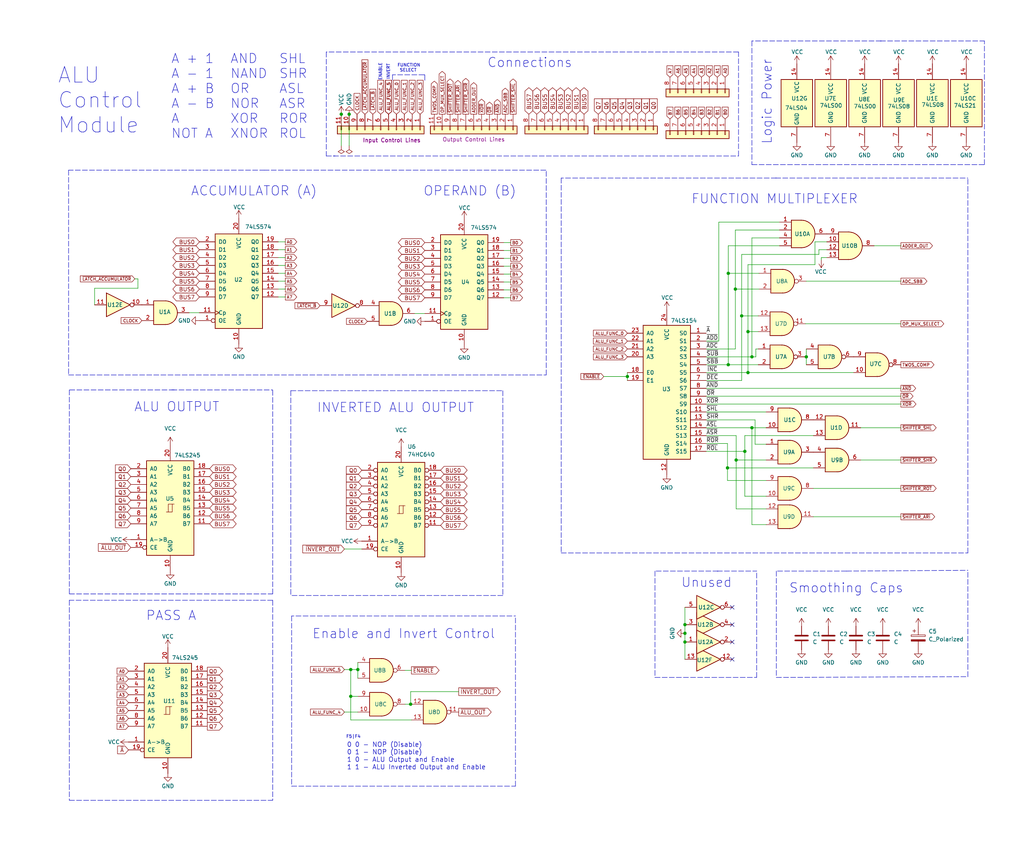
<source format=kicad_sch>
(kicad_sch (version 20211123) (generator eeschema)
  (paper "User" 329.997 275.006)
  (junction (at 113.03 215.9))
  (junction (at 259.842 115.062))
  (junction (at 237.236 148.336))
  (junction (at 109.982 36.83))
  (junction (at 242.316 115.062))
  (junction (at 132.334 227.076))
  (junction (at 234.696 88.138))
  (junction (at 220.726 207.01))
  (junction (at 113.03 224.536))
  (junction (at 202.184 121.412))
  (junction (at 240.03 145.542))
  (junction (at 234.696 117.602))
  (junction (at 239.014 101.854))
  (junction (at 220.726 201.422))
  (junction (at 241.046 120.142))
  (junction (at 242.316 137.922))
  (junction (at 236.982 93.218))
  (junction (at 234.442 150.876))
  (junction (at 220.726 204.216))
  (junction (at 241.046 106.934))
  (junction (at 115.316 215.9))
  (junction (at 112.522 36.83))
  (no_connect (at 235.966 201.422))
  (no_connect (at 235.966 195.834))
  (no_connect (at 235.966 207.01))
  (no_connect (at 235.966 212.598))
  (polyline (pts (xy 93.98 198.628) (xy 93.98 253.492)))
  (polyline (pts (xy 250.19 218.44) (xy 311.912 218.186)))
  (wire (pts (xy 220.726 207.01) (xy 220.726 212.598)))
  (polyline (pts (xy 129.032 198.628) (xy 93.98 198.628)))
  (polyline (pts (xy 105.156 50.292) (xy 107.95 50.292)))
  (wire (pts (xy 132.588 227.076) (xy 132.334 227.076)))
  (wire (pts (xy 164.592 88.392) (xy 162.306 88.392)))
  (wire (pts (xy 263.906 82.042) (xy 239.014 82.042)))
  (wire (pts (xy 60.96 100.838) (xy 64.262 100.838)))
  (polyline (pts (xy 176.022 120.904) (xy 176.022 54.864)))
  (wire (pts (xy 290.322 137.922) (xy 277.368 137.922)))
  (wire (pts (xy 244.348 112.522) (xy 243.586 112.522)))
  (wire (pts (xy 91.948 90.678) (xy 89.662 90.678)))
  (wire (pts (xy 246.888 160.02) (xy 240.03 160.02)))
  (wire (pts (xy 243.332 135.382) (xy 227.584 135.382)))
  (wire (pts (xy 290.322 157.48) (xy 262.128 157.48)))
  (wire (pts (xy 241.046 120.142) (xy 275.082 120.142)))
  (wire (pts (xy 234.442 143.002) (xy 227.584 143.002)))
  (wire (pts (xy 263.906 80.518) (xy 263.906 82.042)))
  (polyline (pts (xy 105.156 16.764) (xy 105.156 50.292)))
  (polyline (pts (xy 56.134 125.73) (xy 22.352 125.73)))
  (wire (pts (xy 202.184 121.412) (xy 202.184 122.682)))
  (polyline (pts (xy 22.098 54.864) (xy 22.098 120.904)))
  (polyline (pts (xy 211.074 218.44) (xy 243.84 218.44)))
  (polyline (pts (xy 162.052 125.984) (xy 162.052 192.024)))
  (wire (pts (xy 237.236 148.336) (xy 237.236 164.084)))
  (wire (pts (xy 262.636 77.978) (xy 262.636 85.344)))
  (polyline (pts (xy 162.052 192.024) (xy 93.726 192.024)))
  (polyline (pts (xy 55.372 125.73) (xy 87.884 125.73)))
  (wire (pts (xy 262.636 85.344) (xy 241.046 85.344)))
  (polyline (pts (xy 87.884 191.516) (xy 87.884 125.73)))
  (polyline (pts (xy 22.352 191.516) (xy 87.884 191.516)))
  (polyline (pts (xy 22.352 258.064) (xy 87.884 258.064)))
  (wire (pts (xy 251.206 79.248) (xy 234.696 79.248)))
  (wire (pts (xy 91.948 80.518) (xy 89.662 80.518)))
  (polyline (pts (xy 272.796 184.15) (xy 250.19 184.15)))
  (polyline (pts (xy 249.936 57.404) (xy 311.912 57.404)))
  (wire (pts (xy 244.348 101.854) (xy 239.014 101.854)))
  (wire (pts (xy 240.03 160.02) (xy 240.03 145.542)))
  (wire (pts (xy 236.982 93.218) (xy 244.602 93.218)))
  (wire (pts (xy 242.316 115.062) (xy 227.584 115.062)))
  (wire (pts (xy 246.888 164.084) (xy 237.236 164.084)))
  (wire (pts (xy 259.588 115.062) (xy 259.842 115.062)))
  (wire (pts (xy 234.696 79.248) (xy 234.696 88.138)))
  (polyline (pts (xy 93.726 125.984) (xy 162.052 125.984)))
  (polyline (pts (xy 87.884 193.548) (xy 87.884 258.064)))
  (wire (pts (xy 130.556 216.154) (xy 132.588 216.154)))
  (wire (pts (xy 242.316 169.164) (xy 242.316 137.922)))
  (polyline (pts (xy 242.316 53.086) (xy 317.246 53.086)))
  (polyline (pts (xy 87.884 193.548) (xy 22.352 193.548)))
  (wire (pts (xy 240.03 140.462) (xy 240.03 145.542)))
  (polyline (pts (xy 283.718 13.208) (xy 317.246 13.208)))
  (wire (pts (xy 234.442 154.94) (xy 234.442 150.876)))
  (wire (pts (xy 110.998 229.616) (xy 115.316 229.616)))
  (wire (pts (xy 241.046 85.344) (xy 241.046 106.934)))
  (wire (pts (xy 113.03 224.536) (xy 115.316 224.536)))
  (wire (pts (xy 244.602 88.138) (xy 234.696 88.138)))
  (wire (pts (xy 231.648 71.628) (xy 251.206 71.628)))
  (wire (pts (xy 132.334 227.076) (xy 132.334 223.012)))
  (wire (pts (xy 91.948 88.138) (xy 89.662 88.138)))
  (wire (pts (xy 242.316 137.922) (xy 246.888 137.922)))
  (wire (pts (xy 241.046 106.934) (xy 241.046 120.142)))
  (wire (pts (xy 290.322 104.394) (xy 259.588 104.394)))
  (wire (pts (xy 227.584 125.222) (xy 290.322 125.222)))
  (wire (pts (xy 244.348 106.934) (xy 241.046 106.934)))
  (wire (pts (xy 91.948 83.058) (xy 89.662 83.058)))
  (wire (pts (xy 164.592 78.232) (xy 162.306 78.232)))
  (wire (pts (xy 264.668 83.058) (xy 266.446 83.058)))
  (polyline (pts (xy 311.912 178.308) (xy 311.912 57.404)))
  (wire (pts (xy 242.316 76.708) (xy 242.316 115.062)))
  (wire (pts (xy 113.03 215.9) (xy 115.316 215.9)))
  (wire (pts (xy 109.982 36.83) (xy 109.982 46.99)))
  (polyline (pts (xy 272.796 184.15) (xy 311.912 183.896)))
  (wire (pts (xy 251.206 74.168) (xy 236.982 74.168)))
  (wire (pts (xy 259.842 112.522) (xy 259.842 115.062)))
  (wire (pts (xy 44.45 92.964) (xy 30.48 92.964)))
  (polyline (pts (xy 311.912 218.186) (xy 311.912 183.896)))
  (wire (pts (xy 290.322 166.624) (xy 262.128 166.624)))
  (wire (pts (xy 243.332 143.256) (xy 243.332 135.382)))
  (wire (pts (xy 227.584 112.522) (xy 236.982 112.522)))
  (wire (pts (xy 110.998 215.9) (xy 113.03 215.9)))
  (polyline (pts (xy 283.972 13.208) (xy 242.316 13.208)))
  (polyline (pts (xy 85.344 54.864) (xy 22.098 54.864)))
  (polyline (pts (xy 85.09 54.864) (xy 176.022 54.864)))
  (wire (pts (xy 220.726 201.422) (xy 220.726 204.216)))
  (polyline (pts (xy 136.906 25.908) (xy 136.906 24.13)))
  (wire (pts (xy 132.334 223.012) (xy 147.828 223.012)))
  (wire (pts (xy 110.998 177.038) (xy 116.586 177.038)))
  (wire (pts (xy 115.316 215.9) (xy 115.316 218.694)))
  (wire (pts (xy 259.842 115.062) (xy 259.842 117.602)))
  (wire (pts (xy 266.446 80.518) (xy 263.906 80.518)))
  (polyline (pts (xy 22.098 120.904) (xy 176.022 120.904)))
  (wire (pts (xy 30.48 92.964) (xy 30.48 98.298)))
  (wire (pts (xy 227.584 117.602) (xy 234.696 117.602)))
  (polyline (pts (xy 129.032 198.628) (xy 166.116 198.628)))
  (wire (pts (xy 91.948 95.758) (xy 89.662 95.758)))
  (wire (pts (xy 290.322 148.336) (xy 277.368 148.336)))
  (polyline (pts (xy 126.492 24.13) (xy 126.492 25.908)))
  (wire (pts (xy 240.03 145.542) (xy 227.584 145.542)))
  (wire (pts (xy 227.584 127.762) (xy 290.322 127.762)))
  (wire (pts (xy 236.982 112.522) (xy 236.982 93.218)))
  (wire (pts (xy 164.592 83.312) (xy 162.306 83.312)))
  (wire (pts (xy 133.604 101.092) (xy 136.906 101.092)))
  (wire (pts (xy 243.586 112.522) (xy 243.586 115.062)))
  (polyline (pts (xy 243.84 218.44) (xy 243.84 184.15)))
  (wire (pts (xy 115.316 213.614) (xy 115.316 215.9)))
  (wire (pts (xy 44.45 89.916) (xy 44.45 92.964)))
  (wire (pts (xy 236.982 74.168) (xy 236.982 93.218)))
  (polyline (pts (xy 93.726 125.984) (xy 93.726 192.024)))
  (wire (pts (xy 227.584 130.302) (xy 290.322 130.302)))
  (polyline (pts (xy 242.316 13.208) (xy 242.316 53.086)))
  (wire (pts (xy 246.888 169.164) (xy 242.316 169.164)))
  (wire (pts (xy 91.948 85.598) (xy 89.662 85.598)))
  (polyline (pts (xy 180.848 178.308) (xy 311.912 178.308)))
  (wire (pts (xy 234.696 117.602) (xy 244.348 117.602)))
  (polyline (pts (xy 237.998 16.764) (xy 105.156 16.764)))
  (wire (pts (xy 227.584 109.982) (xy 231.648 109.982)))
  (wire (pts (xy 112.522 36.83) (xy 112.522 46.99)))
  (polyline (pts (xy 231.14 184.15) (xy 243.84 184.15)))
  (wire (pts (xy 91.948 93.218) (xy 89.662 93.218)))
  (wire (pts (xy 164.592 80.772) (xy 162.306 80.772)))
  (wire (pts (xy 290.322 79.248) (xy 281.686 79.248)))
  (wire (pts (xy 251.206 76.708) (xy 242.316 76.708)))
  (wire (pts (xy 237.236 140.462) (xy 237.236 148.336)))
  (polyline (pts (xy 237.998 50.292) (xy 237.998 16.764)))
  (wire (pts (xy 264.668 83.82) (xy 264.668 83.058)))
  (wire (pts (xy 220.726 195.834) (xy 220.726 201.422)))
  (polyline (pts (xy 22.352 125.73) (xy 22.352 191.516)))
  (polyline (pts (xy 136.906 24.13) (xy 136.652 24.13)))
  (wire (pts (xy 164.592 90.932) (xy 162.306 90.932)))
  (polyline (pts (xy 180.848 57.404) (xy 180.848 178.308)))
  (wire (pts (xy 227.584 120.142) (xy 241.046 120.142)))
  (wire (pts (xy 239.014 101.854) (xy 239.014 122.682)))
  (wire (pts (xy 132.588 232.156) (xy 113.03 232.156)))
  (wire (pts (xy 43.434 89.916) (xy 44.45 89.916)))
  (polyline (pts (xy 107.442 50.292) (xy 237.998 50.292)))
  (wire (pts (xy 132.334 227.076) (xy 130.556 227.076)))
  (polyline (pts (xy 317.246 53.086) (xy 317.246 13.208)))
  (wire (pts (xy 234.442 150.876) (xy 234.442 143.002)))
  (wire (pts (xy 239.014 122.682) (xy 227.584 122.682)))
  (wire (pts (xy 113.03 215.9) (xy 113.03 224.536)))
  (wire (pts (xy 266.446 77.978) (xy 262.636 77.978)))
  (wire (pts (xy 91.948 77.978) (xy 89.662 77.978)))
  (wire (pts (xy 237.236 140.462) (xy 227.584 140.462)))
  (polyline (pts (xy 166.116 253.492) (xy 166.116 198.628)))
  (wire (pts (xy 246.888 154.94) (xy 234.442 154.94)))
  (wire (pts (xy 194.564 121.412) (xy 202.184 121.412)))
  (wire (pts (xy 164.592 85.852) (xy 162.306 85.852)))
  (polyline (pts (xy 22.352 193.548) (xy 22.352 258.064)))
  (wire (pts (xy 246.888 143.256) (xy 243.332 143.256)))
  (wire (pts (xy 234.696 88.138) (xy 234.696 117.602)))
  (wire (pts (xy 262.128 150.876) (xy 234.442 150.876)))
  (wire (pts (xy 202.184 120.142) (xy 202.184 121.412)))
  (wire (pts (xy 262.128 140.462) (xy 240.03 140.462)))
  (wire (pts (xy 290.322 90.678) (xy 259.842 90.678)))
  (polyline (pts (xy 93.98 253.492) (xy 166.116 253.492)))
  (wire (pts (xy 246.888 148.336) (xy 237.236 148.336)))
  (polyline (pts (xy 250.19 184.15) (xy 250.19 218.44)))
  (wire (pts (xy 239.014 82.042) (xy 239.014 101.854)))
  (wire (pts (xy 113.03 232.156) (xy 113.03 224.536)))
  (wire (pts (xy 164.592 93.472) (xy 162.306 93.472)))
  (polyline (pts (xy 211.074 184.15) (xy 211.074 218.44)))
  (wire (pts (xy 227.584 132.842) (xy 246.888 132.842)))
  (polyline (pts (xy 136.652 24.13) (xy 126.492 24.13)))
  (wire (pts (xy 231.648 109.982) (xy 231.648 71.628)))
  (wire (pts (xy 243.586 115.062) (xy 242.316 115.062)))
  (wire (pts (xy 220.726 204.216) (xy 220.726 207.01)))
  (polyline (pts (xy 231.394 184.15) (xy 211.074 184.15)))
  (polyline (pts (xy 250.19 57.404) (xy 180.848 57.404)))
  (wire (pts (xy 164.592 96.012) (xy 162.306 96.012)))
  (wire (pts (xy 227.584 137.922) (xy 242.316 137.922)))
  (text "Connections" (at 156.972 22.098 0) (effects (font (size 3 3)) (justify left bottom)))
  (text "INVERTED ALU OUTPUT" (at 102.108 133.35 0) (effects (font (size 3 3)) (justify left bottom)))
  (text "AND\nNAND\nOR\nNOR\nXOR\nXNOR" (at 74.168 44.958 0) (effects (font (size 2.9972 2.9972)) (justify left bottom)))
  (text "ALU\nControl\nModule" (at 18.542 43.434 0) (effects (font (size 5 5)) (justify left bottom)))
  (text "Unused" (at 219.456 189.738 0) (effects (font (size 3 3)) (justify left bottom)))
  (text "ALU OUTPUT" (at 43.18 133.096 0) (effects (font (size 3 3)) (justify left bottom)))
  (text "OPERAND (B)" (at 136.398 63.5 0) (effects (font (size 3 3)) (justify left bottom)))
  (text "PASS A" (at 46.99 200.406 0) (effects (font (size 3 3)) (justify left bottom)))
  (text "Logic Power" (at 248.92 46.736 90) (effects (font (size 3 3)) (justify left bottom)))
  (text "0 0 - NOP (Disable)\n0 1 - NOP (Disable)\n1 0 - ALU Output and Enable\n1 1 - ALU Inverted Output and Enable" (at 111.76 248.412 0) (effects (font (size 1.5 1.5)) (justify left bottom)))
  (text "ENABLE" (at 123.19 20.32 270) (effects (font (size 1 1)) (justify right bottom)))
  (text "Enable and Invert Control" (at 100.584 206.248 0) (effects (font (size 3 3)) (justify left bottom)))
  (text "FUNCTION\n SELECT" (at 128.016 23.368 0) (effects (font (size 1 1)) (justify left bottom)))
  (text "F5|F4\n" (at 111.506 238.252 0) (effects (font (size 1 1)) (justify left bottom)))
  (text "INVERT" (at 125.73 20.574 270) (effects (font (size 1 1)) (justify right bottom)))
  (text "SHL\nSHR\nASL\nASR\nROR\nROL" (at 89.916 44.958 0) (effects (font (size 2.9972 2.9972)) (justify left bottom)))
  (text "FUNCTION MULTIPLEXER" (at 222.758 66.04 0) (effects (font (size 3 3)) (justify left bottom)))
  (text "A + 1\nA - 1\nA + B\nA - B\nA\nNOT A" (at 55.118 44.958 0) (effects (font (size 2.9972 2.9972)) (justify left bottom)))
  (text "ACCUMULATOR (A)" (at 61.468 63.5 0) (effects (font (size 3 3)) (justify left bottom)))
  (text "Smoothing Caps" (at 254.254 191.516 0) (effects (font (size 3 3)) (justify left bottom)))
  (label "~{ASL}" (at 227.584 137.922 0))
  (label "~{ROL}" (at 227.584 145.542 0))
  (label "~{SHL}" (at 227.584 132.842 0))
  (label "~{SBB}" (at 227.584 117.602 0))
  (label "~{ASR}" (at 227.584 140.462 0))
  (label "~{DEC}" (at 227.584 122.682 0))
  (label "~{ROR}" (at 227.584 143.002 0))
  (label "~{A}" (at 227.584 107.442 0))
  (label "~{SHR}" (at 227.584 135.382 0))
  (label "~{SUB}" (at 227.584 115.062 0))
  (label "~{ADD}" (at 227.584 109.982 0))
  (label "~{ADC}" (at 227.584 112.522 0))
  (label "~{AND}" (at 227.584 125.222 0))
  (label "~{INC}" (at 227.838 120.142 0))
  (label "~{XOR}" (at 227.584 130.302 0))
  (label "~{OR}" (at 227.584 127.762 0))
  (global_label "ALU_FUNC_5" (shape input) (at 125.222 36.83 90) (effects (font (size 0.9906 0.9906))) (property "Intersheet References" "${INTERSHEET_REFS}" (effects hide)))
  (global_label "Q0" (shape output) (at 66.802 216.408 0) (property "Intersheet References" "${INTERSHEET_REFS}" (effects hide)))
  (global_label "Q6" (shape input) (at 195.326 36.83 90) (property "Intersheet References" "${INTERSHEET_REFS}" (effects hide)))
  (global_label "~{INVERT_OUT}" (shape input) (at 110.998 177.038 180) (property "Intersheet References" "${INTERSHEET_REFS}" (effects hide)))
  (global_label "BUS0" (shape tri_state) (at 188.214 36.83 90) (property "Intersheet References" "${INTERSHEET_REFS}" (effects hide)))
  (global_label "A0" (shape output) (at 91.948 77.978 0) (effects (font (size 0.9906 0.9906))) (property "Intersheet References" "${INTERSHEET_REFS}" (effects hide)))
  (global_label "Q1" (shape output) (at 66.802 218.948 0) (property "Intersheet References" "${INTERSHEET_REFS}" (effects hide)))
  (global_label "B7" (shape input) (at 215.9 38.354 90) (effects (font (size 0.9906 0.9906))) (property "Intersheet References" "${INTERSHEET_REFS}" (effects hide)))
  (global_label "CLOCK" (shape input) (at 118.364 103.632 180) (effects (font (size 0.9906 0.9906))) (property "Intersheet References" "${INTERSHEET_REFS}" (effects hide)))
  (global_label "BUS7" (shape tri_state) (at 170.434 36.83 90) (property "Intersheet References" "${INTERSHEET_REFS}" (effects hide)))
  (global_label "A6" (shape output) (at 91.948 93.218 0) (effects (font (size 0.9906 0.9906))) (property "Intersheet References" "${INTERSHEET_REFS}" (effects hide)))
  (global_label "~{ENABLE}" (shape input) (at 194.564 121.412 180) (effects (font (size 0.9906 0.9906))) (property "Intersheet References" "${INTERSHEET_REFS}" (effects hide)))
  (global_label "B6" (shape input) (at 218.44 38.354 90) (effects (font (size 0.9906 0.9906))) (property "Intersheet References" "${INTERSHEET_REFS}" (effects hide)))
  (global_label "ALU_FUNC_3" (shape input) (at 202.184 115.062 180) (effects (font (size 0.9906 0.9906))) (property "Intersheet References" "${INTERSHEET_REFS}" (effects hide)))
  (global_label "Q4" (shape output) (at 66.802 226.568 0) (property "Intersheet References" "${INTERSHEET_REFS}" (effects hide)))
  (global_label "BUS2" (shape tri_state) (at 64.262 83.058 180) (property "Intersheet References" "${INTERSHEET_REFS}" (effects hide)))
  (global_label "Q2" (shape input) (at 42.164 156.21 180) (property "Intersheet References" "${INTERSHEET_REFS}" (effects hide)))
  (global_label "~{LATCH_ACCUMULATOR}" (shape input) (at 43.434 89.916 180) (effects (font (size 0.9906 0.9906))) (property "Intersheet References" "${INTERSHEET_REFS}" (effects hide)))
  (global_label "BUS4" (shape tri_state) (at 64.262 88.138 180) (property "Intersheet References" "${INTERSHEET_REFS}" (effects hide)))
  (global_label "BUS3" (shape tri_state) (at 136.906 85.852 180) (property "Intersheet References" "${INTERSHEET_REFS}" (effects hide)))
  (global_label "Q5" (shape input) (at 42.164 163.83 180) (property "Intersheet References" "${INTERSHEET_REFS}" (effects hide)))
  (global_label "A4" (shape output) (at 91.948 88.138 0) (effects (font (size 0.9906 0.9906))) (property "Intersheet References" "${INTERSHEET_REFS}" (effects hide)))
  (global_label "~{SHIFTER_ARI}" (shape output) (at 290.322 166.624 0) (effects (font (size 0.9906 0.9906))) (property "Intersheet References" "${INTERSHEET_REFS}" (effects hide)))
  (global_label "~{ENABLE}" (shape output) (at 132.588 216.154 0) (effects (font (size 1.2 1.2))) (property "Intersheet References" "${INTERSHEET_REFS}" (effects hide)))
  (global_label "BUS6" (shape tri_state) (at 67.564 166.37 0) (property "Intersheet References" "${INTERSHEET_REFS}" (effects hide)))
  (global_label "~{LATCH_B}" (shape input) (at 120.142 36.83 90) (effects (font (size 0.9906 0.9906))) (property "Intersheet References" "${INTERSHEET_REFS}" (effects hide)))
  (global_label "Q3" (shape output) (at 66.802 224.028 0) (property "Intersheet References" "${INTERSHEET_REFS}" (effects hide)))
  (global_label "BUS1" (shape tri_state) (at 185.674 36.83 90) (property "Intersheet References" "${INTERSHEET_REFS}" (effects hide)))
  (global_label "ALU_FUNC_2" (shape input) (at 132.842 36.83 90) (effects (font (size 0.9906 0.9906))) (property "Intersheet References" "${INTERSHEET_REFS}" (effects hide)))
  (global_label "ALU_FUNC_0" (shape input) (at 202.184 107.442 180) (effects (font (size 0.9906 0.9906))) (property "Intersheet References" "${INTERSHEET_REFS}" (effects hide)))
  (global_label "BUS5" (shape tri_state) (at 175.514 36.83 90) (property "Intersheet References" "${INTERSHEET_REFS}" (effects hide)))
  (global_label "BUS7" (shape tri_state) (at 141.986 169.418 0) (property "Intersheet References" "${INTERSHEET_REFS}" (effects hide)))
  (global_label "A6" (shape input) (at 41.402 231.648 180) (effects (font (size 0.9906 0.9906))) (property "Intersheet References" "${INTERSHEET_REFS}" (effects hide)))
  (global_label "BUS2" (shape tri_state) (at 67.564 156.21 0) (property "Intersheet References" "${INTERSHEET_REFS}" (effects hide)))
  (global_label "BUS1" (shape tri_state) (at 64.262 80.518 180) (property "Intersheet References" "${INTERSHEET_REFS}" (effects hide)))
  (global_label "OP_MUX_SELECT" (shape output) (at 142.494 36.83 90) (effects (font (size 0.9906 0.9906))) (property "Intersheet References" "${INTERSHEET_REFS}" (effects hide)))
  (global_label "BUS1" (shape tri_state) (at 141.986 154.178 0) (property "Intersheet References" "${INTERSHEET_REFS}" (effects hide)))
  (global_label "B1" (shape output) (at 164.592 80.772 0) (effects (font (size 0.9906 0.9906))) (property "Intersheet References" "${INTERSHEET_REFS}" (effects hide)))
  (global_label "Q6" (shape input) (at 116.586 166.878 180) (property "Intersheet References" "${INTERSHEET_REFS}" (effects hide)))
  (global_label "Q1" (shape input) (at 42.164 153.67 180) (property "Intersheet References" "${INTERSHEET_REFS}" (effects hide)))
  (global_label "OP_MUX_SELECT" (shape output) (at 290.322 104.394 0) (effects (font (size 0.9906 0.9906))) (property "Intersheet References" "${INTERSHEET_REFS}" (effects hide)))
  (global_label "ALU_FUNC_5" (shape input) (at 110.998 215.9 180) (effects (font (size 0.9906 0.9906))) (property "Intersheet References" "${INTERSHEET_REFS}" (effects hide)))
  (global_label "~{XOR}" (shape output) (at 155.194 36.83 90) (effects (font (size 0.9906 0.9906))) (property "Intersheet References" "${INTERSHEET_REFS}" (effects hide)))
  (global_label "ADDER_OUT" (shape output) (at 290.322 79.248 0) (effects (font (size 0.9906 0.9906))) (property "Intersheet References" "${INTERSHEET_REFS}" (effects hide)))
  (global_label "A0" (shape input) (at 233.68 24.892 90) (effects (font (size 0.9906 0.9906))) (property "Intersheet References" "${INTERSHEET_REFS}" (effects hide)))
  (global_label "ALU_FUNC_4" (shape input) (at 110.998 229.616 180) (effects (font (size 0.9906 0.9906))) (property "Intersheet References" "${INTERSHEET_REFS}" (effects hide)))
  (global_label "A6" (shape input) (at 218.44 24.892 90) (effects (font (size 0.9906 0.9906))) (property "Intersheet References" "${INTERSHEET_REFS}" (effects hide)))
  (global_label "A1" (shape input) (at 41.402 218.948 180) (effects (font (size 0.9906 0.9906))) (property "Intersheet References" "${INTERSHEET_REFS}" (effects hide)))
  (global_label "~{SHIFTER_SHL}" (shape output) (at 290.322 137.922 0) (effects (font (size 0.9906 0.9906))) (property "Intersheet References" "${INTERSHEET_REFS}" (effects hide)))
  (global_label "Q2" (shape output) (at 66.802 221.488 0) (property "Intersheet References" "${INTERSHEET_REFS}" (effects hide)))
  (global_label "BUS5" (shape tri_state) (at 141.986 164.338 0) (property "Intersheet References" "${INTERSHEET_REFS}" (effects hide)))
  (global_label "BUS0" (shape tri_state) (at 67.564 151.13 0) (property "Intersheet References" "${INTERSHEET_REFS}" (effects hide)))
  (global_label "ADC_SBB" (shape output) (at 290.322 90.678 0) (effects (font (size 0.9906 0.9906))) (property "Intersheet References" "${INTERSHEET_REFS}" (effects hide)))
  (global_label "ALU_FUNC_0" (shape input) (at 127.762 36.83 90) (effects (font (size 0.9906 0.9906))) (property "Intersheet References" "${INTERSHEET_REFS}" (effects hide)))
  (global_label "BUS6" (shape tri_state) (at 64.262 93.218 180) (property "Intersheet References" "${INTERSHEET_REFS}" (effects hide)))
  (global_label "Q1" (shape input) (at 208.026 36.83 90) (property "Intersheet References" "${INTERSHEET_REFS}" (effects hide)))
  (global_label "CLOCK" (shape input) (at 45.72 103.378 180) (effects (font (size 0.9906 0.9906))) (property "Intersheet References" "${INTERSHEET_REFS}" (effects hide)))
  (global_label "A2" (shape input) (at 41.402 221.488 180) (effects (font (size 0.9906 0.9906))) (property "Intersheet References" "${INTERSHEET_REFS}" (effects hide)))
  (global_label "Q4" (shape input) (at 200.406 36.83 90) (property "Intersheet References" "${INTERSHEET_REFS}" (effects hide)))
  (global_label "Q3" (shape input) (at 42.164 158.75 180) (property "Intersheet References" "${INTERSHEET_REFS}" (effects hide)))
  (global_label "BUS1" (shape tri_state) (at 67.564 153.67 0) (property "Intersheet References" "${INTERSHEET_REFS}" (effects hide)))
  (global_label "BUS5" (shape tri_state) (at 64.262 90.678 180) (property "Intersheet References" "${INTERSHEET_REFS}" (effects hide)))
  (global_label "A5" (shape input) (at 220.98 24.892 90) (effects (font (size 0.9906 0.9906))) (property "Intersheet References" "${INTERSHEET_REFS}" (effects hide)))
  (global_label "Q7" (shape input) (at 116.586 169.418 180) (property "Intersheet References" "${INTERSHEET_REFS}" (effects hide)))
  (global_label "B4" (shape output) (at 164.592 88.392 0) (effects (font (size 0.9906 0.9906))) (property "Intersheet References" "${INTERSHEET_REFS}" (effects hide)))
  (global_label "A3" (shape input) (at 41.402 224.028 180) (effects (font (size 0.9906 0.9906))) (property "Intersheet References" "${INTERSHEET_REFS}" (effects hide)))
  (global_label "~{SHIFTER_SHR}" (shape output) (at 150.114 36.83 90) (effects (font (size 0.9906 0.9906))) (property "Intersheet References" "${INTERSHEET_REFS}" (effects hide)))
  (global_label "B4" (shape input) (at 223.52 38.354 90) (effects (font (size 0.9906 0.9906))) (property "Intersheet References" "${INTERSHEET_REFS}" (effects hide)))
  (global_label "~{LATCH_B}" (shape input) (at 103.124 98.552 180) (effects (font (size 0.9906 0.9906))) (property "Intersheet References" "${INTERSHEET_REFS}" (effects hide)))
  (global_label "B0" (shape input) (at 233.68 38.354 90) (effects (font (size 0.9906 0.9906))) (property "Intersheet References" "${INTERSHEET_REFS}" (effects hide)))
  (global_label "Q0" (shape input) (at 210.566 36.83 90) (property "Intersheet References" "${INTERSHEET_REFS}" (effects hide)))
  (global_label "BUS7" (shape tri_state) (at 136.906 96.012 180) (property "Intersheet References" "${INTERSHEET_REFS}" (effects hide)))
  (global_label "B1" (shape input) (at 231.14 38.354 90) (effects (font (size 0.9906 0.9906))) (property "Intersheet References" "${INTERSHEET_REFS}" (effects hide)))
  (global_label "ALU_FUNC_3" (shape input) (at 135.382 36.83 90) (effects (font (size 0.9906 0.9906))) (property "Intersheet References" "${INTERSHEET_REFS}" (effects hide)))
  (global_label "~{A}" (shape input) (at 41.402 241.808 180) (property "Intersheet References" "${INTERSHEET_REFS}" (effects hide)))
  (global_label "BUS0" (shape tri_state) (at 136.906 78.232 180) (property "Intersheet References" "${INTERSHEET_REFS}" (effects hide)))
  (global_label "BUS4" (shape tri_state) (at 136.906 88.392 180) (property "Intersheet References" "${INTERSHEET_REFS}" (effects hide)))
  (global_label "CLOCK" (shape input) (at 115.062 36.83 90) (effects (font (size 0.9906 0.9906))) (property "Intersheet References" "${INTERSHEET_REFS}" (effects hide)))
  (global_label "~{AND}" (shape output) (at 160.274 36.83 90) (effects (font (size 0.9906 0.9906))) (property "Intersheet References" "${INTERSHEET_REFS}" (effects hide)))
  (global_label "A7" (shape output) (at 91.948 95.758 0) (effects (font (size 0.9906 0.9906))) (property "Intersheet References" "${INTERSHEET_REFS}" (effects hide)))
  (global_label "A7" (shape input) (at 215.9 24.892 90) (effects (font (size 0.9906 0.9906))) (property "Intersheet References" "${INTERSHEET_REFS}" (effects hide)))
  (global_label "Q6" (shape output) (at 66.802 231.648 0) (property "Intersheet References" "${INTERSHEET_REFS}" (effects hide)))
  (global_label "Q5" (shape input) (at 197.866 36.83 90) (property "Intersheet References" "${INTERSHEET_REFS}" (effects hide)))
  (global_label "A1" (shape input) (at 231.14 24.892 90) (effects (font (size 0.9906 0.9906))) (property "Intersheet References" "${INTERSHEET_REFS}" (effects hide)))
  (global_label "~{OR}" (shape output) (at 157.734 36.83 90) (effects (font (size 0.9906 0.9906))) (property "Intersheet References" "${INTERSHEET_REFS}" (effects hide)))
  (global_label "TWOS_COMP" (shape output) (at 290.322 117.602 0) (effects (font (size 0.9906 0.9906))) (property "Intersheet References" "${INTERSHEET_REFS}" (effects hide)))
  (global_label "~{SHIFTER_ARI}" (shape output) (at 147.574 36.83 90) (effects (font (size 0.9906 0.9906))) (property "Intersheet References" "${INTERSHEET_REFS}" (effects hide)))
  (global_label "ALU_FUNC_1" (shape input) (at 130.302 36.83 90) (effects (font (size 0.9906 0.9906))) (property "Intersheet References" "${INTERSHEET_REFS}" (effects hide)))
  (global_label "Q1" (shape input) (at 116.586 154.178 180) (property "Intersheet References" "${INTERSHEET_REFS}" (effects hide)))
  (global_label "A2" (shape input) (at 228.6 24.892 90) (effects (font (size 0.9906 0.9906))) (property "Intersheet References" "${INTERSHEET_REFS}" (effects hide)))
  (global_label "A7" (shape input) (at 41.402 234.188 180) (effects (font (size 0.9906 0.9906))) (property "Intersheet References" "${INTERSHEET_REFS}" (effects hide)))
  (global_label "~{ALU_OUT}" (shape input) (at 42.164 176.53 180) (property "Intersheet References" "${INTERSHEET_REFS}" (effects hide)))
  (global_label "BUS2" (shape tri_state) (at 183.134 36.83 90) (property "Intersheet References" "${INTERSHEET_REFS}" (effects hide)))
  (global_label "ALU_FUNC_1" (shape input) (at 202.184 109.982 180) (effects (font (size 0.9906 0.9906))) (property "Intersheet References" "${INTERSHEET_REFS}" (effects hide)))
  (global_label "B7" (shape output) (at 164.592 96.012 0) (effects (font (size 0.9906 0.9906))) (property "Intersheet References" "${INTERSHEET_REFS}" (effects hide)))
  (global_label "ALU_FUNC_4" (shape input) (at 122.682 36.83 90) (effects (font (size 0.9906 0.9906))) (property "Intersheet References" "${INTERSHEET_REFS}" (effects hide)))
  (global_label "Q3" (shape input) (at 116.586 159.258 180) (property "Intersheet References" "${INTERSHEET_REFS}" (effects hide)))
  (global_label "~{INVERT_OUT}" (shape output) (at 147.828 223.012 0) (property "Intersheet References" "${INTERSHEET_REFS}" (effects hide)))
  (global_label "A5" (shape output) (at 91.948 90.678 0) (effects (font (size 0.9906 0.9906))) (property "Intersheet References" "${INTERSHEET_REFS}" (effects hide)))
  (global_label "BUS5" (shape tri_state) (at 67.564 163.83 0) (property "Intersheet References" "${INTERSHEET_REFS}" (effects hide)))
  (global_label "B2" (shape input) (at 228.6 38.354 90) (effects (font (size 0.9906 0.9906))) (property "Intersheet References" "${INTERSHEET_REFS}" (effects hide)))
  (global_label "~{SHIFTER_SHR}" (shape output) (at 290.322 148.336 0) (effects (font (size 0.9906 0.9906))) (property "Intersheet References" "${INTERSHEET_REFS}" (effects hide)))
  (global_label "BUS3" (shape tri_state) (at 67.564 158.75 0) (property "Intersheet References" "${INTERSHEET_REFS}" (effects hide)))
  (global_label "B6" (shape output) (at 164.592 93.472 0) (effects (font (size 0.9906 0.9906))) (property "Intersheet References" "${INTERSHEET_REFS}" (effects hide)))
  (global_label "~{XOR}" (shape output) (at 290.322 130.302 0) (effects (font (size 0.9906 0.9906))) (property "Intersheet References" "${INTERSHEET_REFS}" (effects hide)))
  (global_label "Q7" (shape output) (at 66.802 234.188 0) (property "Intersheet References" "${INTERSHEET_REFS}" (effects hide)))
  (global_label "Q0" (shape input) (at 42.164 151.13 180) (property "Intersheet References" "${INTERSHEET_REFS}" (effects hide)))
  (global_label "TWOS_COMP" (shape output) (at 139.954 36.83 90) (effects (font (size 0.9906 0.9906))) (property "Intersheet References" "${INTERSHEET_REFS}" (effects hide)))
  (global_label "B3" (shape output) (at 164.592 85.852 0) (effects (font (size 0.9906 0.9906))) (property "Intersheet References" "${INTERSHEET_REFS}" (effects hide)))
  (global_label "ALU_FUNC_2" (shape input) (at 202.184 112.522 180) (effects (font (size 0.9906 0.9906))) (property "Intersheet References" "${INTERSHEET_REFS}" (effects hide)))
  (global_label "BUS0" (shape tri_state) (at 141.986 151.638 0) (property "Intersheet References" "${INTERSHEET_REFS}" (effects hide)))
  (global_label "BUS2" (shape tri_state) (at 141.986 156.718 0) (property "Intersheet References" "${INTERSHEET_REFS}" (effects hide)))
  (global_label "A0" (shape input) (at 41.402 216.408 180) (effects (font (size 0.9906 0.9906))) (property "Intersheet References" "${INTERSHEET_REFS}" (effects hide)))
  (global_label "A4" (shape input) (at 41.402 226.568 180) (effects (font (size 0.9906 0.9906))) (property "Intersheet References" "${INTERSHEET_REFS}" (effects hide)))
  (global_label "BUS6" (shape tri_state) (at 136.906 93.472 180) (property "Intersheet References" "${INTERSHEET_REFS}" (effects hide)))
  (global_label "A3" (shape output) (at 91.948 85.598 0) (effects (font (size 0.9906 0.9906))) (property "Intersheet References" "${INTERSHEET_REFS}" (effects hide)))
  (global_label "BUS4" (shape tri_state) (at 178.054 36.83 90) (property "Intersheet References" "${INTERSHEET_REFS}" (effects hide)))
  (global_label "B5" (shape input) (at 220.98 38.354 90) (effects (font (size 0.9906 0.9906))) (property "Intersheet References" "${INTERSHEET_REFS}" (effects hide)))
  (global_label "BUS4" (shape tri_state) (at 141.986 161.798 0) (property "Intersheet References" "${INTERSHEET_REFS}" (effects hide)))
  (global_label "ALU_FUNC_5" (shape input) (at 125.222 36.83 90) (effects (font (size 0.9906 0.9906))) (property "Intersheet References" "${INTERSHEET_REFS}" (effects hide)))
  (global_label "BUS7" (shape tri_state) (at 64.262 95.758 180) (property "Intersheet References" "${INTERSHEET_REFS}" (effects hide)))
  (global_label "BUS5" (shape tri_state) (at 136.906 90.932 180) (property "Intersheet References" "${INTERSHEET_REFS}" (effects hide)))
  (global_label "A4" (shape input) (at 223.52 24.892 90) (effects (font (size 0.9906 0.9906))) (property "Intersheet References" "${INTERSHEET_REFS}" (effects hide)))
  (global_label "~{OR}" (shape output) (at 290.322 127.762 0) (effects (font (size 0.9906 0.9906))) (property "Intersheet References" "${INTERSHEET_REFS}" (effects hide)))
  (global_label "Q5" (shape input) (at 116.586 164.338 180) (property "Intersheet References" "${INTERSHEET_REFS}" (effects hide)))
  (global_label "Q4" (shape input) (at 116.586 161.798 180) (property "Intersheet References" "${INTERSHEET_REFS}" (effects hide)))
  (global_label "BUS4" (shape tri_state) (at 67.564 161.29 0) (property "Intersheet References" "${INTERSHEET_REFS}" (effects hide)))
  (global_label "BUS1" (shape tri_state) (at 136.906 80.772 180) (property "Intersheet References" "${INTERSHEET_REFS}" (effects hide)))
  (global_label "Q6" (shape input) (at 42.164 166.37 180) (property "Intersheet References" "${INTERSHEET_REFS}" (effects hide)))
  (global_label "ADDER_OUT" (shape output) (at 152.654 36.83 90) (effects (font (size 0.9906 0.9906))) (property "Intersheet References" "${INTERSHEET_REFS}" (effects hide)))
  (global_label "BUS6" (shape tri_state) (at 141.986 166.878 0) (property "Intersheet References" "${INTERSHEET_REFS}" (effects hide)))
  (global_label "BUS7" (shape tri_state) (at 67.564 168.91 0) (property "Intersheet References" "${INTERSHEET_REFS}" (effects hide)))
  (global_label "BUS3" (shape tri_state) (at 141.986 159.258 0) (property "Intersheet References" "${INTERSHEET_REFS}" (effects hide)))
  (global_label "ADC_SBB" (shape output) (at 162.814 36.83 90) (effects (font (size 0.9906 0.9906))) (property "Intersheet References" "${INTERSHEET_REFS}" (effects hide)))
  (global_label "~{SHIFTER_ROT}" (shape output) (at 290.322 157.48 0) (effects (font (size 0.9906 0.9906))) (property "Intersheet References" "${INTERSHEET_REFS}" (effects hide)))
  (global_label "A3" (shape input) (at 226.06 24.892 90) (effects (font (size 0.9906 0.9906))) (property "Intersheet References" "${INTERSHEET_REFS}" (effects hide)))
  (global_label "Q3" (shape input) (at 202.946 36.83 90) (property "Intersheet References" "${INTERSHEET_REFS}" (effects hide)))
  (global_label "Q4" (shape input) (at 42.164 161.29 180) (property "Intersheet References" "${INTERSHEET_REFS}" (effects hide)))
  (global_label "A5" (shape input) (at 41.402 229.108 180) (effects (font (size 0.9906 0.9906))) (property "Intersheet References" "${INTERSHEET_REFS}" (effects hide)))
  (global_label "~{LATCH_ACCUMULATOR}" (shape input) (at 117.602 36.83 90) (effects (font (size 0.9906 0.9906))) (property "Intersheet References" "${INTERSHEET_REFS}" (effects hide)))
  (global_label "Q2" (shape input) (at 205.486 36.83 90) (property "Intersheet References" "${INTERSHEET_REFS}" (effects hide)))
  (global_label "BUS3" (shape tri_state) (at 180.594 36.83 90) (property "Intersheet References" "${INTERSHEET_REFS}" (effects hide)))
  (global_label "B0" (shape output) (at 164.592 78.232 0) (effects (font (size 0.9906 0.9906))) (property "Intersheet References" "${INTERSHEET_REFS}" (effects hide)))
  (global_label "BUS2" (shape tri_state) (at 136.906 83.312 180) (property "Intersheet References" "${INTERSHEET_REFS}" (effects hide)))
  (global_label "Q0" (shape input) (at 116.586 151.638 180) (property "Intersheet References" "${INTERSHEET_REFS}" (effects hide)))
  (global_label "B5" (shape output) (at 164.592 90.932 0) (effects (font (size 0.9906 0.9906))) (property "Intersheet References" "${INTERSHEET_REFS}" (effects hide)))
  (global_label "A1" (shape output) (at 91.948 80.518 0) (effects (font (size 0.9906 0.9906))) (property "Intersheet References" "${INTERSHEET_REFS}" (effects hide)))
  (global_label "A2" (shape output) (at 91.948 83.058 0) (effects (font (size 0.9906 0.9906))) (property "Intersheet References" "${INTERSHEET_REFS}" (effects hide)))
  (global_label "~{SHIFTER_SHL}" (shape output) (at 165.354 36.83 90) (effects (font (size 0.9906 0.9906))) (property "Intersheet References" "${INTERSHEET_REFS}" (effects hide)))
  (global_label "~{SHIFTER_ROT}" (shape output) (at 145.034 36.83 90) (effects (font (size 0.9906 0.9906))) (property "Intersheet References" "${INTERSHEET_REFS}" (effects hide)))
  (global_label "B2" (shape output) (at 164.592 83.312 0) (effects (font (size 0.9906 0.9906))) (property "Intersheet References" "${INTERSHEET_REFS}" (effects hide)))
  (global_label "BUS6" (shape tri_state) (at 172.974 36.83 90) (property "Intersheet References" "${INTERSHEET_REFS}" (effects hide)))
  (global_label "BUS0" (shape tri_state) (at 64.262 77.978 180) (property "Intersheet References" "${INTERSHEET_REFS}" (effects hide)))
  (global_label "Q2" (shape input) (at 116.586 156.718 180) (property "Intersheet References" "${INTERSHEET_REFS}" (effects hide)))
  (global_label "Q5" (shape output) (at 66.802 229.108 0) (property "Intersheet References" "${INTERSHEET_REFS}" (effects hide)))
  (global_label "~{ALU_OUT}" (shape output) (at 147.828 229.616 0) (property "Intersheet References" "${INTERSHEET_REFS}" (effects hide)))
  (global_label "B3" (shape input) (at 226.06 38.354 90) (effects (font (size 0.9906 0.9906))) (property "Intersheet References" "${INTERSHEET_REFS}" (effects hide)))
  (global_label "Q7" (shape input) (at 192.786 36.83 90) (property "Intersheet References" "${INTERSHEET_REFS}" (effects hide)))
  (global_label "BUS3" (shape tri_state) (at 64.262 85.598 180) (property "Intersheet References" "${INTERSHEET_REFS}" (effects hide)))
  (global_label "Q7" (shape input) (at 42.164 168.91 180) (property "Intersheet References" "${INTERSHEET_REFS}" (effects hide)))
  (global_label "~{AND}" (shape output) (at 290.322 125.222 0) (effects (font (size 0.9906 0.9906))) (property "Intersheet References" "${INTERSHEET_REFS}" (effects hide)))
  (symbol (lib_id "74xx:74LS04") (at 228.346 207.01 0) (unit 1)
    (property "Reference" "U12" (at 227.33 207.01 0))
    (property "Value" "74LS04" (effects hide))
    (property "Datasheet" "http://www.ti.com/lit/gpn/sn74LS04" (effects hide))
  )
  (symbol (lib_id "Connector_Generic:Conn_01x11") (at 122.682 41.91 270) (unit 1)
    (property "Reference" "J5" (effects hide))
    (property "Value" "Conn_01x12" (effects hide))
    (property "Footprint" "Connector_PinSocket_2.54mm:PinSocket_1x11_P2.54mm_Vertical" (effects hide))
    (property "Field4" "Input Control Lines" (at 126.238 45.212 90))
  )
  (symbol (lib_id "74xx:74LS574") (at 149.606 90.932 0) (unit 1)
    (property "Reference" "U4" (at 148.59 90.932 0) (effects (justify left)))
    (property "Value" "74LS574" (at 151.6254 73.406 0) (effects (justify left)))
    (property "Footprint" "Package_SO:SO-20_5.3x12.6mm_P1.27mm" (effects hide))
    (property "Datasheet" "http://www.ti.com/lit/gpn/sn74LS574" (effects hide))
  )
  (symbol (lib_id "Connector_Generic:Conn_01x08") (at 226.06 43.434 270) (unit 1)
    (property "Reference" "J2" (effects hide))
    (property "Value" "Conn_01x08" (effects hide))
    (property "Footprint" "Connector_PinSocket_2.54mm:PinSocket_1x08_P2.54mm_Vertical" (effects hide))
  )
  (symbol (lib_id "power:VCC") (at 256.794 20.574 0) (unit 1)
    (property "Reference" "#PWR02" (effects hide))
    (property "Value" "VCC" (at 255.016 16.764 0) (effects (justify left)))
  )
  (symbol (lib_id "power:VCC") (at 42.164 173.99 90) (unit 1)
    (property "Reference" "#PWR0106" (effects hide))
    (property "Value" "VCC" (at 35.56 173.99 90) (effects (justify right)))
  )
  (symbol (lib_id "power:VCC") (at 267.716 20.574 0) (unit 1)
    (property "Reference" "#PWR0118" (effects hide))
    (property "Value" "VCC" (at 265.938 16.764 0) (effects (justify left)))
  )
  (symbol (lib_id "74xx:74LS08") (at 269.748 148.336 0) (unit 2)
    (property "Reference" "U9" (at 269.748 148.336 0))
    (property "Value" "74LS08" (effects hide))
    (property "Footprint" "Package_SO:TSSOP-14_4.4x5mm_P0.65mm" (effects hide))
    (property "Datasheet" "http://www.ti.com/lit/gpn/sn74LS08" (effects hide))
  )
  (symbol (lib_id "74xx:74LS04") (at 228.346 195.834 0) (unit 3)
    (property "Reference" "U12" (at 227.584 195.834 0))
    (property "Value" "74LS04" (effects hide))
    (property "Datasheet" "http://www.ti.com/lit/gpn/sn74LS04" (effects hide))
  )
  (symbol (lib_id "power:VCC") (at 284.48 201.93 0) (unit 1)
    (property "Reference" "#PWR0129" (effects hide))
    (property "Value" "VCC" (at 284.48 196.596 0))
  )
  (symbol (lib_id "power:VCC") (at 295.91 201.93 0) (unit 1)
    (property "Reference" "#PWR0134" (effects hide))
    (property "Value" "VCC" (at 295.91 196.596 0))
  )
  (symbol (lib_id "Connector_Generic:Conn_01x08") (at 226.06 29.972 270) (unit 1)
    (property "Reference" "J1" (effects hide))
    (property "Value" "Conn_01x08" (effects hide))
    (property "Footprint" "Connector_PinSocket_2.54mm:PinSocket_1x08_P2.54mm_Vertical" (effects hide))
  )
  (symbol (lib_id "power:GND") (at 278.638 45.974 0) (unit 1)
    (property "Reference" "#PWR0117" (effects hide))
    (property "Value" "GND" (at 280.67 50.038 0) (effects (justify right)))
  )
  (symbol (lib_id "74xx:74LS04") (at 228.346 212.598 0) (unit 6)
    (property "Reference" "U12" (at 227.076 212.852 0))
    (property "Value" "74LS04" (effects hide))
    (property "Datasheet" "http://www.ti.com/lit/gpn/sn74LS04" (effects hide))
  )
  (symbol (lib_id "74xx:74LS00") (at 267.462 115.062 0) (unit 2)
    (property "Reference" "U7" (at 267.208 115.062 0))
    (property "Value" "74LS00" (effects hide))
    (property "Footprint" "Package_SO:TSSOP-14_4.4x5mm_P0.65mm" (effects hide))
    (property "Datasheet" "http://www.ti.com/lit/gpn/sn74ls00" (effects hide))
  )
  (symbol (lib_id "power:VCC") (at 109.982 36.83 0) (mirror y) (unit 1)
    (property "Reference" "#PWR0111" (effects hide))
    (property "Value" "VCC" (at 109.982 34.036 90) (effects (justify left)))
  )
  (symbol (lib_id "74xx:74LS00") (at 122.936 216.154 0) (unit 2)
    (property "Reference" "U8" (at 122.428 216.154 0))
    (property "Value" "74LS00" (effects hide))
    (property "Datasheet" "http://www.ti.com/lit/gpn/sn74ls00" (effects hide))
  )
  (symbol (lib_id "Device:C") (at 258.318 205.74 0) (unit 1)
    (property "Reference" "C1" (at 261.874 204.4699 0) (effects (justify left)))
    (property "Value" "C" (at 261.874 207.0099 0) (effects (justify left)))
    (property "Footprint" "Capacitor_SMD:C_0805_2012Metric" (effects hide))
  )
  (symbol (lib_id "74xx:74LS574") (at 76.962 90.678 0) (unit 1)
    (property "Reference" "U2" (at 75.438 90.17 0) (effects (justify left)))
    (property "Value" "74LS574" (at 78.9814 73.152 0) (effects (justify left)))
    (property "Footprint" "Package_SO:SO-20_5.3x12.6mm_P1.27mm" (effects hide))
    (property "Datasheet" "http://www.ti.com/lit/gpn/sn74LS574" (effects hide))
  )
  (symbol (lib_id "74xx:74LS08") (at 269.748 137.922 0) (unit 4)
    (property "Reference" "U1" (at 269.494 137.922 0))
    (property "Value" "74LS08" (effects hide))
    (property "Datasheet" "http://www.ti.com/lit/gpn/sn74LS08" (effects hide))
  )
  (symbol (lib_id "power:VCC") (at 258.318 201.93 0) (unit 1)
    (property "Reference" "#PWR0132" (effects hide))
    (property "Value" "VCC" (at 258.318 196.596 0))
  )
  (symbol (lib_id "power:GND") (at 214.884 153.162 0) (unit 1)
    (property "Reference" "#PWR0112" (effects hide))
    (property "Value" "GND" (at 216.916 157.226 0) (effects (justify right)))
  )
  (symbol (lib_id "74xx:74LS00") (at 251.968 115.062 0) (unit 1)
    (property "Reference" "U7" (at 251.714 115.062 0))
    (property "Value" "74LS00" (effects hide))
    (property "Datasheet" "http://www.ti.com/lit/gpn/sn74ls00" (effects hide))
  )
  (symbol (lib_id "power:VCC") (at 311.404 20.574 0) (unit 1)
    (property "Reference" "#PWR0137" (effects hide))
    (property "Value" "VCC" (at 309.626 16.764 0) (effects (justify left)))
  )
  (symbol (lib_id "74xx:74LS04") (at 38.1 98.298 0) (unit 5)
    (property "Reference" "U12" (at 37.084 98.298 0))
    (property "Value" "74LS04" (effects hide))
    (property "Datasheet" "http://www.ti.com/lit/gpn/sn74LS04" (effects hide))
  )
  (symbol (lib_id "power:VCC") (at 214.884 99.822 0) (unit 1)
    (property "Reference" "#PWR0113" (effects hide))
    (property "Value" "VCC" (at 213.106 96.012 0) (effects (justify left)))
  )
  (symbol (lib_id "Stephen:74HC640") (at 129.286 164.338 0) (unit 1)
    (property "Reference" "U6" (at 131.3054 144.018 0) (effects (justify left)))
    (property "Value" "74HC640" (at 131.3054 146.558 0) (effects (justify left)))
    (property "Footprint" "Package_SO:SO-20_5.3x12.6mm_P1.27mm" (effects hide))
    (property "Datasheet" "https://www.ti.com/lit/ds/symlink/sn74hc640.pdf?HQS=dis-mous-null-mousermode-dsf-pf-null-wwe&ts=1642393382229&ref_url=https%253A%252F%252Fwww.mouser.com%252F" (effects hide))
  )
  (symbol (lib_id "74xx:74LS21") (at 311.404 33.274 0) (unit 3)
    (property "Reference" "U10" (at 309.372 31.75 0) (effects (justify left)))
    (property "Value" "74LS21" (at 307.34 34.036 0) (effects (justify left)))
    (property "Footprint" "Package_SO:SOIC-14_3.9x8.7mm_P1.27mm" (effects hide))
    (property "Datasheet" "http://www.ti.com/lit/gpn/sn74LS21" (effects hide))
  )
  (symbol (lib_id "74xx:74LS08") (at 254.508 157.48 0) (unit 3)
    (property "Reference" "U9" (at 254.254 157.48 0))
    (property "Value" "74LS08" (effects hide))
    (property "Footprint" "Package_SO:TSSOP-14_4.4x5mm_P0.65mm" (effects hide))
    (property "Datasheet" "http://www.ti.com/lit/gpn/sn74LS08" (effects hide))
  )
  (symbol (lib_id "power:GND") (at 149.606 111.252 0) (unit 1)
    (property "Reference" "#PWR0103" (effects hide))
    (property "Value" "GND" (at 151.638 115.316 0) (effects (justify right)))
  )
  (symbol (lib_id "74xx:74LS08") (at 289.56 33.274 0) (unit 5)
    (property "Reference" "U9" (at 287.782 32.258 0) (effects (justify left)))
    (property "Value" "74LS08" (at 286.004 34.29 0) (effects (justify left)))
    (property "Footprint" "Package_SO:TSSOP-14_4.4x5mm_P0.65mm" (effects hide))
    (property "Datasheet" "http://www.ti.com/lit/gpn/sn74LS08" (effects hide))
  )
  (symbol (lib_id "power:PWR_FLAG") (at 109.982 46.99 180) (unit 1)
    (property "Reference" "#FLG0101" (effects hide))
    (property "Value" "PWR_FLAG" (effects hide))
  )
  (symbol (lib_id "74xx:74LS08") (at 254.508 166.624 0) (unit 4)
    (property "Reference" "U9" (at 254.254 166.624 0))
    (property "Value" "74LS08" (effects hide))
    (property "Footprint" "Package_SO:TSSOP-14_4.4x5mm_P0.65mm" (effects hide))
    (property "Datasheet" "http://www.ti.com/lit/gpn/sn74LS08" (effects hide))
  )
  (symbol (lib_id "power:GND") (at 64.262 103.378 270) (unit 1)
    (property "Reference" "#PWR0101" (effects hide))
    (property "Value" "GND" (at 61.468 103.378 90) (effects (justify right)))
  )
  (symbol (lib_id "power:GND") (at 76.962 110.998 0) (unit 1)
    (property "Reference" "#PWR0109" (effects hide))
    (property "Value" "GND" (at 78.994 115.062 0) (effects (justify right)))
  )
  (symbol (lib_id "power:GND") (at 112.522 36.83 0) (mirror x) (unit 1)
    (property "Reference" "#PWR0110" (effects hide))
    (property "Value" "GND" (at 112.522 34.036 90) (effects (justify right)))
  )
  (symbol (lib_id "power:GND") (at 295.91 209.55 0) (unit 1)
    (property "Reference" "#PWR0133" (effects hide))
    (property "Value" "GND" (at 295.91 213.614 0))
  )
  (symbol (lib_id "power:GND") (at 129.286 184.658 0) (unit 1)
    (property "Reference" "#PWR0114" (effects hide))
    (property "Value" "GND" (at 129.286 188.722 0))
  )
  (symbol (lib_id "power:VCC") (at 264.668 83.82 180) (unit 1)
    (property "Reference" "#PWR0135" (effects hide))
    (property "Value" "VCC" (at 266.446 87.63 0) (effects (justify left)))
  )
  (symbol (lib_id "power:GND") (at 289.56 45.974 0) (unit 1)
    (property "Reference" "#PWR0122" (effects hide))
    (property "Value" "GND" (at 291.592 50.038 0) (effects (justify right)))
  )
  (symbol (lib_id "Device:C") (at 284.48 205.74 0) (unit 1)
    (property "Reference" "C4" (at 288.036 204.4699 0) (effects (justify left)))
    (property "Value" "C" (at 288.036 207.0099 0) (effects (justify left)))
    (property "Footprint" "Capacitor_SMD:C_0805_2012Metric" (effects hide))
  )
  (symbol (lib_id "power:GND") (at 275.844 209.55 0) (unit 1)
    (property "Reference" "#PWR0125" (effects hide))
    (property "Value" "GND" (at 275.844 213.614 0))
  )
  (symbol (lib_id "power:VCC") (at 41.402 239.268 90) (unit 1)
    (property "Reference" "#PWR0139" (effects hide))
    (property "Value" "VCC" (at 34.798 239.268 90) (effects (justify right)))
  )
  (symbol (lib_id "74xx:74LS245") (at 54.102 229.108 0) (unit 1)
    (property "Reference" "U11" (at 52.578 226.06 0) (effects (justify left)))
    (property "Value" "74LS245" (at 55.372 212.09 0) (effects (justify left)))
    (property "Footprint" "Package_SO:TSSOP-20_4.4x6.5mm_P0.65mm" (effects hide))
    (property "Datasheet" "http://www.ti.com/lit/gpn/sn74LS245" (effects hide))
  )
  (symbol (lib_id "power:VCC") (at 76.962 70.358 0) (unit 1)
    (property "Reference" "#PWR0108" (effects hide))
    (property "Value" "VCC" (at 75.184 66.802 0) (effects (justify left)))
  )
  (symbol (lib_id "power:GND") (at 267.716 45.974 0) (unit 1)
    (property "Reference" "#PWR0119" (effects hide))
    (property "Value" "GND" (at 269.748 50.038 0) (effects (justify right)))
  )
  (symbol (lib_id "Connector_Generic:Conn_01x08") (at 202.946 41.91 270) (unit 1)
    (property "Reference" "J6" (effects hide))
    (property "Value" "Conn_01x08" (effects hide))
    (property "Footprint" "Connector_PinSocket_2.54mm:PinSocket_1x08_P2.54mm_Vertical" (effects hide))
  )
  (symbol (lib_id "power:GND") (at 266.954 209.55 0) (unit 1)
    (property "Reference" "#PWR0127" (effects hide))
    (property "Value" "GND" (at 266.954 213.614 0))
  )
  (symbol (lib_id "74xx:74LS21") (at 274.066 79.248 0) (unit 2)
    (property "Reference" "U10" (at 273.812 79.248 0))
    (property "Value" "74LS21" (effects hide))
    (property "Datasheet" "http://www.ti.com/lit/gpn/sn74LS21" (effects hide))
  )
  (symbol (lib_id "power:VCC") (at 300.482 20.574 0) (unit 1)
    (property "Reference" "#PWR0123" (effects hide))
    (property "Value" "VCC" (at 298.704 16.764 0) (effects (justify left)))
  )
  (symbol (lib_id "power:GND") (at 256.794 45.974 0) (unit 1)
    (property "Reference" "#PWR03" (effects hide))
    (property "Value" "GND" (at 258.826 50.038 0) (effects (justify right)))
  )
  (symbol (lib_id "74xx:74LS00") (at 122.936 227.076 0) (unit 3)
    (property "Reference" "U8" (at 122.682 227.076 0))
    (property "Value" "74LS00" (effects hide))
    (property "Datasheet" "http://www.ti.com/lit/gpn/sn74ls00" (effects hide))
  )
  (symbol (lib_id "power:VCC") (at 54.102 208.788 0) (unit 1)
    (property "Reference" "#PWR0138" (effects hide))
    (property "Value" "VCC" (at 54.102 205.232 0))
  )
  (symbol (lib_id "74xx:74LS04") (at 256.794 33.274 0) (unit 7)
    (property "Reference" "U12" (at 255.016 31.75 0) (effects (justify left)))
    (property "Value" "74LS04" (at 252.984 34.798 0) (effects (justify left)))
    (property "Footprint" "Package_SO:TSSOP-14_4.4x5mm_P0.65mm" (effects hide))
    (property "Datasheet" "http://www.ti.com/lit/gpn/sn74LS04" (effects hide))
  )
  (symbol (lib_id "power:GND") (at 136.906 103.632 270) (unit 1)
    (property "Reference" "#PWR0104" (effects hide))
    (property "Value" "GND" (at 134.112 103.632 90) (effects (justify right)))
  )
  (symbol (lib_id "power:VCC") (at 289.56 20.574 0) (unit 1)
    (property "Reference" "#PWR0124" (effects hide))
    (property "Value" "VCC" (at 287.782 16.764 0) (effects (justify left)))
  )
  (symbol (lib_id "74xx:74LS00") (at 140.208 229.616 0) (unit 4)
    (property "Reference" "U8" (at 139.954 229.616 0))
    (property "Value" "74LS00" (effects hide))
    (property "Datasheet" "http://www.ti.com/lit/gpn/sn74ls00" (effects hide))
  )
  (symbol (lib_id "74xx:74LS00") (at 278.638 33.274 0) (unit 5)
    (property "Reference" "U8" (at 276.606 32.004 0) (effects (justify left)))
    (property "Value" "74LS00" (at 275.082 34.29 0) (effects (justify left)))
    (property "Datasheet" "http://www.ti.com/lit/gpn/sn74ls00" (effects hide))
  )
  (symbol (lib_id "power:VCC") (at 116.586 174.498 90) (unit 1)
    (property "Reference" "#PWR0115" (effects hide))
    (property "Value" "VCC" (at 109.982 174.498 90) (effects (justify right)))
  )
  (symbol (lib_id "power:VCC") (at 278.638 20.574 0) (unit 1)
    (property "Reference" "#PWR0120" (effects hide))
    (property "Value" "VCC" (at 276.86 16.764 0) (effects (justify left)))
  )
  (symbol (lib_id "power:GND") (at 54.102 249.428 0) (unit 1)
    (property "Reference" "#PWR0140" (effects hide))
    (property "Value" "GND" (at 54.102 253.492 0))
  )
  (symbol (lib_id "power:VCC") (at 129.286 144.018 0) (unit 1)
    (property "Reference" "#PWR0116" (effects hide))
    (property "Value" "VCC" (at 129.286 138.684 0))
  )
  (symbol (lib_id "power:GND") (at 220.726 204.216 270) (unit 1)
    (property "Reference" "#PWR01" (effects hide))
    (property "Value" "GND" (at 216.662 206.248 0) (effects (justify right)))
  )
  (symbol (lib_id "74xx:74LS04") (at 110.744 98.552 0) (unit 4)
    (property "Reference" "U12" (at 109.728 98.552 0))
    (property "Value" "74LS04" (effects hide))
    (property "Datasheet" "http://www.ti.com/lit/gpn/sn74LS04" (effects hide))
  )
  (symbol (lib_id "74xx:74LS00") (at 252.222 90.678 0) (unit 1)
    (property "Reference" "U8" (at 251.968 90.678 0))
    (property "Value" "74LS00" (effects hide))
    (property "Footprint" "Package_SO:TSSOP-14_4.4x5mm_P0.65mm" (effects hide))
    (property "Datasheet" "http://www.ti.com/lit/gpn/sn74ls00" (effects hide))
  )
  (symbol (lib_id "power:VCC") (at 149.606 70.612 0) (unit 1)
    (property "Reference" "#PWR0102" (effects hide))
    (property "Value" "VCC" (at 147.828 67.056 0) (effects (justify left)))
  )
  (symbol (lib_id "74xx:74LS245") (at 54.864 163.83 0) (unit 1)
    (property "Reference" "U5" (at 53.34 160.782 0) (effects (justify left)))
    (property "Value" "74LS245" (at 56.134 146.812 0) (effects (justify left)))
    (property "Footprint" "Package_SO:TSSOP-20_4.4x6.5mm_P0.65mm" (effects hide))
    (property "Datasheet" "http://www.ti.com/lit/gpn/sn74LS245" (effects hide))
  )
  (symbol (lib_id "74xx:74LS00") (at 251.968 104.394 0) (unit 4)
    (property "Reference" "U7" (at 251.714 104.394 0))
    (property "Value" "74LS00" (effects hide))
    (property "Datasheet" "http://www.ti.com/lit/gpn/sn74ls00" (effects hide))
  )
  (symbol (lib_id "power:GND") (at 311.404 45.974 0) (unit 1)
    (property "Reference" "#PWR0136" (effects hide))
    (property "Value" "GND" (at 313.436 50.038 0) (effects (justify right)))
  )
  (symbol (lib_id "Connector_Generic:Conn_01x11") (at 152.654 41.91 270) (unit 1)
    (property "Reference" "J3" (effects hide))
    (property "Value" "Conn_01x11" (effects hide))
    (property "Footprint" "Connector_PinHeader_2.54mm:PinHeader_1x11_P2.54mm_Vertical" (effects hide))
    (property "Field4" "Output Control Lines" (at 152.654 44.958 90))
  )
  (symbol (lib_id "power:GND") (at 284.48 209.55 0) (unit 1)
    (property "Reference" "#PWR0128" (effects hide))
    (property "Value" "GND" (at 284.48 213.614 0))
  )
  (symbol (lib_id "74xx:74LS08") (at 254.508 135.382 0) (unit 3)
    (property "Reference" "U1" (at 254.508 135.382 0))
    (property "Value" "74LS08" (effects hide))
    (property "Datasheet" "http://www.ti.com/lit/gpn/sn74LS08" (effects hide))
  )
  (symbol (lib_id "74xx:74LS00") (at 267.716 33.274 0) (unit 5)
    (property "Reference" "U7" (at 265.684 31.75 0) (effects (justify left)))
    (property "Value" "74LS00" (at 264.16 34.036 0) (effects (justify left)))
    (property "Datasheet" "http://www.ti.com/lit/gpn/sn74ls00" (effects hide))
  )
  (symbol (lib_id "power:GND") (at 54.864 184.15 0) (unit 1)
    (property "Reference" "#PWR0107" (effects hide))
    (property "Value" "GND" (at 54.864 188.214 0))
  )
  (symbol (lib_id "Device:C") (at 275.844 205.74 0) (unit 1)
    (property "Reference" "C3" (at 279.4 204.4699 0) (effects (justify left)))
    (property "Value" "C" (at 279.4 207.0099 0) (effects (justify left)))
    (property "Footprint" "Capacitor_SMD:C_0805_2012Metric" (effects hide))
  )
  (symbol (lib_id "Connector_Generic:Conn_01x08") (at 180.594 41.91 270) (unit 1)
    (property "Reference" "J4" (effects hide))
    (property "Value" "Conn_01x08" (effects hide))
    (property "Footprint" "Connector_PinSocket_2.54mm:PinSocket_1x08_P2.54mm_Vertical" (effects hide))
  )
  (symbol (lib_id "74xx:74LS154") (at 214.884 125.222 0) (unit 1)
    (property "Reference" "U3" (at 213.36 125.476 0) (effects (justify left)))
    (property "Value" "74LS154" (at 216.154 103.378 0) (effects (justify left)))
    (property "Footprint" "Package_SO:SOIC-24W_7.5x15.4mm_P1.27mm" (effects hide))
    (property "Datasheet" "http://www.ti.com/lit/gpn/sn74LS154" (effects hide))
  )
  (symbol (lib_id "power:GND") (at 300.482 45.974 0) (unit 1)
    (property "Reference" "#PWR0121" (effects hide))
    (property "Value" "GND" (at 302.514 50.038 0) (effects (justify right)))
  )
  (symbol (lib_id "power:VCC") (at 54.864 143.51 0) (unit 1)
    (property "Reference" "#PWR0105" (effects hide))
    (property "Value" "VCC" (at 54.864 138.176 0))
  )
  (symbol (lib_id "power:VCC") (at 275.844 201.93 0) (unit 1)
    (property "Reference" "#PWR0131" (effects hide))
    (property "Value" "VCC" (at 275.844 196.596 0))
  )
  (symbol (lib_id "74xx:74LS21") (at 258.826 75.438 0) (unit 1)
    (property "Reference" "U10" (at 258.572 75.438 0))
    (property "Value" "74LS21" (effects hide))
    (property "Datasheet" "http://www.ti.com/lit/gpn/sn74LS21" (effects hide))
  )
  (symbol (lib_id "74xx:74LS08") (at 300.482 33.274 0) (unit 5)
    (property "Reference" "U1" (at 298.45 31.75 0) (effects (justify left)))
    (property "Value" "74LS08" (at 296.926 33.782 0) (effects (justify left)))
    (property "Datasheet" "http://www.ti.com/lit/gpn/sn74LS08" (effects hide))
  )
  (symbol (lib_id "74xx:74LS08") (at 254.508 145.796 0) (unit 1)
    (property "Reference" "U9" (at 254.254 145.796 0))
    (property "Value" "74LS08" (effects hide))
    (property "Footprint" "Package_SO:TSSOP-14_4.4x5mm_P0.65mm" (effects hide))
    (property "Datasheet" "http://www.ti.com/lit/gpn/sn74LS08" (effects hide))
  )
  (symbol (lib_id "Device:C") (at 266.954 205.74 0) (unit 1)
    (property "Reference" "C2" (at 270.51 204.4699 0) (effects (justify left)))
    (property "Value" "C" (at 270.51 207.0099 0) (effects (justify left)))
    (property "Footprint" "Capacitor_SMD:C_0805_2012Metric" (effects hide))
  )
  (symbol (lib_id "power:VCC") (at 266.954 201.93 0) (unit 1)
    (property "Reference" "#PWR0130" (effects hide))
    (property "Value" "VCC" (at 266.954 196.596 0))
  )
  (symbol (lib_id "74xx:74LS08") (at 125.984 101.092 0) (unit 2)
    (property "Reference" "U1" (at 125.73 101.092 0))
    (property "Value" "74LS08" (effects hide))
    (property "Datasheet" "http://www.ti.com/lit/gpn/sn74LS08" (effects hide))
  )
  (symbol (lib_id "74xx:74LS00") (at 282.702 117.602 0) (unit 3)
    (property "Reference" "U7" (at 282.194 117.348 0))
    (property "Value" "74LS00" (effects hide))
    (property "Datasheet" "http://www.ti.com/lit/gpn/sn74ls00" (effects hide))
  )
  (symbol (lib_id "74xx:74LS08") (at 53.34 100.838 0) (unit 1)
    (property "Reference" "U1" (at 53.086 100.584 0))
    (property "Value" "74LS08" (effects hide))
    (property "Footprint" "Package_SO:TSSOP-14_4.4x5mm_P0.65mm" (effects hide))
    (property "Datasheet" "http://www.ti.com/lit/gpn/sn74LS08" (effects hide))
  )
  (symbol (lib_id "74xx:74LS04") (at 228.346 201.422 0) (unit 2)
    (property "Reference" "U12" (at 227.33 201.422 0))
    (property "Value" "74LS04" (effects hide))
    (property "Datasheet" "http://www.ti.com/lit/gpn/sn74LS04" (effects hide))
  )
  (symbol (lib_id "Device:C_Polarized") (at 295.91 205.74 0) (unit 1)
    (property "Reference" "C5" (at 299.212 203.5809 0) (effects (justify left)))
    (property "Value" "C_Polarized" (at 299.212 206.1209 0) (effects (justify left)))
    (property "Footprint" "Capacitor_SMD:CP_Elec_5x5.9" (effects hide))
  )
  (symbol (lib_id "power:GND") (at 258.318 209.55 0) (unit 1)
    (property "Reference" "#PWR0126" (effects hide))
    (property "Value" "GND" (at 258.318 213.614 0))
  )
  (symbol (lib_id "power:PWR_FLAG") (at 112.522 46.99 180) (unit 1)
    (property "Reference" "#FLG0102" (effects hide))
    (property "Value" "PWR_FLAG" (effects hide))
  )
)
</source>
